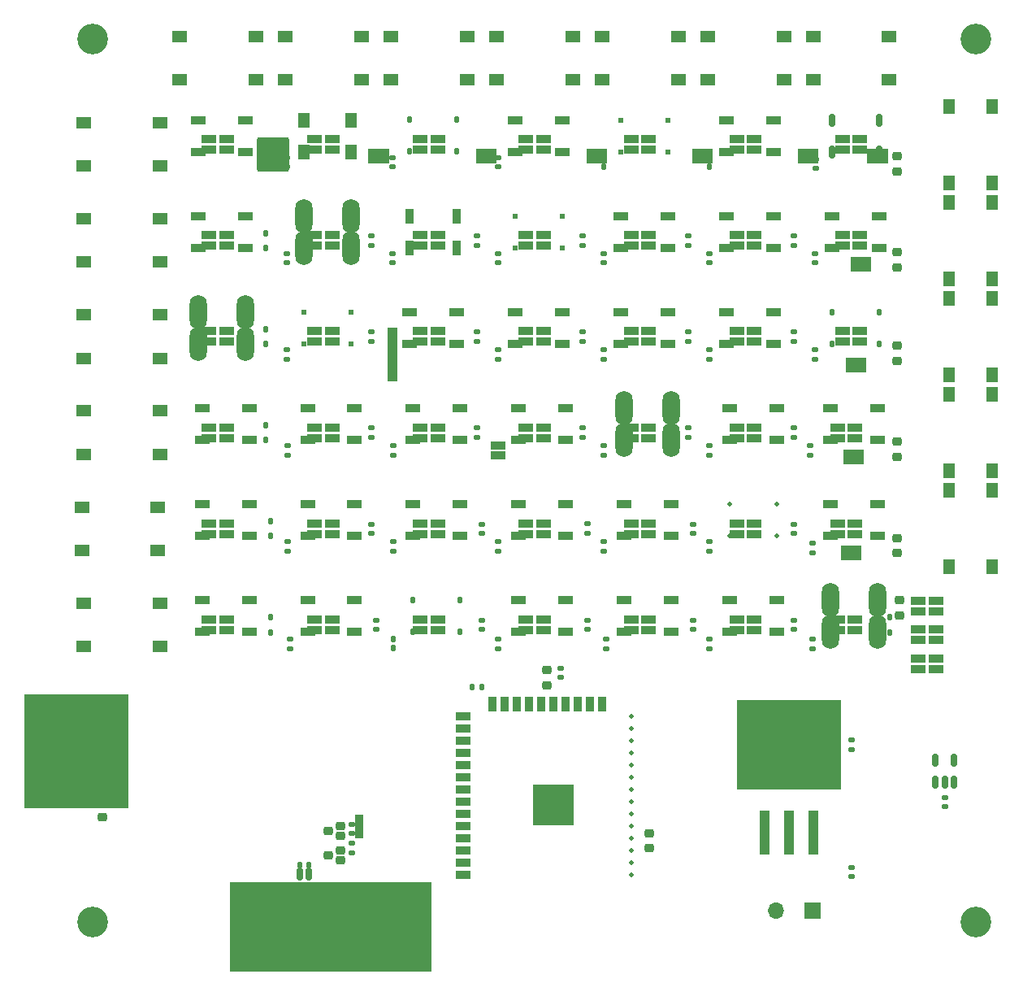
<source format=gts>
G04 #@! TF.GenerationSoftware,KiCad,Pcbnew,(6.0.8)*
<<<<<<< Updated upstream
G04 #@! TF.CreationDate,2022-12-06T21:36:09-08:00*
=======
G04 #@! TF.CreationDate,2022-12-10T17:32:00-08:00*
>>>>>>> Stashed changes
G04 #@! TF.ProjectId,EveryDayCalendarSingleMonth,45766572-7944-4617-9943-616c656e6461,rev?*
G04 #@! TF.SameCoordinates,Original*
G04 #@! TF.FileFunction,Soldermask,Top*
G04 #@! TF.FilePolarity,Negative*
%FSLAX46Y46*%
G04 Gerber Fmt 4.6, Leading zero omitted, Abs format (unit mm)*
<<<<<<< Updated upstream
G04 Created by KiCad (PCBNEW (6.0.8)) date 2022-12-06 21:36:09*
=======
G04 Created by KiCad (PCBNEW (6.0.8)) date 2022-12-10 17:32:00*
>>>>>>> Stashed changes
%MOMM*%
%LPD*%
G01*
G04 APERTURE LIST*
G04 Aperture macros list*
%AMRoundRect*
0 Rectangle with rounded corners*
0 $1 Rounding radius*
0 $2 $3 $4 $5 $6 $7 $8 $9 X,Y pos of 4 corners*
0 Add a 4 corners polygon primitive as box body*
4,1,4,$2,$3,$4,$5,$6,$7,$8,$9,$2,$3,0*
0 Add four circle primitives for the rounded corners*
1,1,$1+$1,$2,$3*
1,1,$1+$1,$4,$5*
1,1,$1+$1,$6,$7*
1,1,$1+$1,$8,$9*
0 Add four rect primitives between the rounded corners*
20,1,$1+$1,$2,$3,$4,$5,0*
20,1,$1+$1,$4,$5,$6,$7,0*
20,1,$1+$1,$6,$7,$8,$9,0*
20,1,$1+$1,$8,$9,$2,$3,0*%
G04 Aperture macros list end*
%ADD10RoundRect,0.147500X0.172500X-0.147500X0.172500X0.147500X-0.172500X0.147500X-0.172500X-0.147500X0*%
<<<<<<< Updated upstream
%ADD11R,0.700000X0.700000*%
%ADD12R,1.550000X1.300000*%
%ADD13RoundRect,0.147500X-0.147500X-0.172500X0.147500X-0.172500X0.147500X0.172500X-0.147500X0.172500X0*%
%ADD14R,1.300000X1.550000*%
%ADD15RoundRect,0.147500X-0.172500X0.147500X-0.172500X-0.147500X0.172500X-0.147500X0.172500X0.147500X0*%
%ADD16R,1.500000X0.900000*%
%ADD17R,0.900000X1.500000*%
%ADD18C,0.475000*%
%ADD19R,4.200000X4.200000*%
%ADD20C,3.200000*%
%ADD21RoundRect,0.218750X-0.256250X0.218750X-0.256250X-0.218750X0.256250X-0.218750X0.256250X0.218750X0*%
%ADD22RoundRect,0.150000X0.587500X0.150000X-0.587500X0.150000X-0.587500X-0.150000X0.587500X-0.150000X0*%
%ADD23RoundRect,0.218750X0.256250X-0.218750X0.256250X0.218750X-0.256250X0.218750X-0.256250X-0.218750X0*%
%ADD24RoundRect,0.147500X0.147500X0.172500X-0.147500X0.172500X-0.147500X-0.172500X0.147500X-0.172500X0*%
%ADD25RoundRect,0.218750X0.218750X0.256250X-0.218750X0.256250X-0.218750X-0.256250X0.218750X-0.256250X0*%
%ADD26RoundRect,0.150000X0.150000X-0.512500X0.150000X0.512500X-0.150000X0.512500X-0.150000X-0.512500X0*%
%ADD27RoundRect,0.250000X0.650000X1.550000X-0.650000X1.550000X-0.650000X-1.550000X0.650000X-1.550000X0*%
%ADD28O,1.800000X3.600000*%
%ADD29R,1.700000X1.700000*%
%ADD30O,1.700000X1.700000*%
%ADD31R,1.100000X4.600000*%
%ADD32R,10.800000X9.400000*%
G04 APERTURE END LIST*
D10*
G04 #@! TO.C,C8*
X83000000Y-95500000D03*
X83000000Y-94530000D03*
G04 #@! TD*
G04 #@! TO.C,C21*
X105000000Y-75485000D03*
X105000000Y-74515000D03*
G04 #@! TD*
D11*
G04 #@! TO.C,DAY13*
X122915000Y-65550000D03*
X122915000Y-64450000D03*
X121085000Y-64450000D03*
X121085000Y-65550000D03*
G04 #@! TD*
G04 #@! TO.C,DAY27*
X122915000Y-85550000D03*
X122915000Y-84450000D03*
X121085000Y-84450000D03*
X121085000Y-85550000D03*
G04 #@! TD*
G04 #@! TO.C,DAY40*
X111915000Y-105550000D03*
X111915000Y-104450000D03*
X110085000Y-104450000D03*
X110085000Y-105550000D03*
=======
%ADD11R,1.500000X0.900000*%
%ADD12R,1.550000X1.300000*%
%ADD13R,1.300000X1.550000*%
%ADD14RoundRect,0.147500X-0.172500X0.147500X-0.172500X-0.147500X0.172500X-0.147500X0.172500X0.147500X0*%
%ADD15R,0.900000X1.500000*%
%ADD16C,0.475000*%
%ADD17R,4.200000X4.200000*%
%ADD18C,3.200000*%
%ADD19RoundRect,0.218750X-0.256250X0.218750X-0.256250X-0.218750X0.256250X-0.218750X0.256250X0.218750X0*%
%ADD20R,0.600000X0.500000*%
%ADD21RoundRect,0.147500X-0.147500X-0.172500X0.147500X-0.172500X0.147500X0.172500X-0.147500X0.172500X0*%
%ADD22RoundRect,0.218750X0.256250X-0.218750X0.256250X0.218750X-0.256250X0.218750X-0.256250X-0.218750X0*%
%ADD23RoundRect,0.147500X0.147500X0.172500X-0.147500X0.172500X-0.147500X-0.172500X0.147500X-0.172500X0*%
%ADD24RoundRect,0.150000X0.150000X-0.512500X0.150000X0.512500X-0.150000X0.512500X-0.150000X-0.512500X0*%
%ADD25RoundRect,0.250000X0.650000X1.550000X-0.650000X1.550000X-0.650000X-1.550000X0.650000X-1.550000X0*%
%ADD26O,1.800000X3.600000*%
%ADD27R,1.700000X1.700000*%
%ADD28O,1.700000X1.700000*%
%ADD29R,1.100000X4.600000*%
%ADD30R,10.800000X9.400000*%
G04 APERTURE END LIST*
D10*
G04 #@! TO.C,C12*
X129000000Y-107485000D03*
X129000000Y-106515000D03*
G04 #@! TD*
G04 #@! TO.C,C3*
X129000000Y-97485000D03*
X129000000Y-96515000D03*
G04 #@! TD*
G04 #@! TO.C,C8*
X74250000Y-97335000D03*
X74250000Y-96365000D03*
G04 #@! TD*
G04 #@! TO.C,C21*
X96200000Y-77335000D03*
X96200000Y-76365000D03*
G04 #@! TD*
D11*
G04 #@! TO.C,DAY13*
X124900000Y-65750000D03*
X124900000Y-62450000D03*
X120000000Y-62450000D03*
X120000000Y-65750000D03*
G04 #@! TD*
G04 #@! TO.C,DAY27*
X125262500Y-85750000D03*
X125262500Y-82450000D03*
X120362500Y-82450000D03*
X120362500Y-85750000D03*
G04 #@! TD*
G04 #@! TO.C,DAY40*
X114262500Y-105750000D03*
X114262500Y-102450000D03*
X109362500Y-102450000D03*
X109362500Y-105750000D03*
>>>>>>> Stashed changes
G04 #@! TD*
D12*
G04 #@! TO.C,SW_DAY6*
X125975000Y-43750000D03*
X118025000Y-43750000D03*
X125975000Y-48250000D03*
X118025000Y-48250000D03*
G04 #@! TD*
G04 #@! TO.C,SW_DAY3*
X92975000Y-43750000D03*
X85025000Y-43750000D03*
X85025000Y-48250000D03*
X92975000Y-48250000D03*
G04 #@! TD*
<<<<<<< Updated upstream
D13*
G04 #@! TO.C,C41*
X132515000Y-97500000D03*
X133485000Y-97500000D03*
G04 #@! TD*
D10*
G04 #@! TO.C,C36*
X127000000Y-105485000D03*
X127000000Y-104515000D03*
G04 #@! TD*
D11*
G04 #@! TO.C,DAY1*
X67915000Y-55550000D03*
X67915000Y-54450000D03*
X66085000Y-54450000D03*
X66085000Y-55550000D03*
G04 #@! TD*
D14*
=======
D10*
G04 #@! TO.C,C41*
X128750000Y-87335000D03*
X128750000Y-86365000D03*
G04 #@! TD*
G04 #@! TO.C,C36*
X118250000Y-107500000D03*
X118250000Y-106530000D03*
G04 #@! TD*
D11*
G04 #@! TO.C,DAY1*
X69900000Y-55750000D03*
X69900000Y-52450000D03*
X65000000Y-52450000D03*
X65000000Y-55750000D03*
G04 #@! TD*
D13*
>>>>>>> Stashed changes
G04 #@! TO.C,NEXT1*
X143225000Y-91025000D03*
X143225000Y-98975000D03*
X147725000Y-98975000D03*
X147725000Y-91025000D03*
G04 #@! TD*
D11*
G04 #@! TO.C,DAY10*
<<<<<<< Updated upstream
X89915000Y-65550000D03*
X89915000Y-64450000D03*
X88085000Y-64450000D03*
X88085000Y-65550000D03*
G04 #@! TD*
D15*
=======
X91900000Y-65750000D03*
X91900000Y-62450000D03*
X87000000Y-62450000D03*
X87000000Y-65750000D03*
G04 #@! TD*
D14*
>>>>>>> Stashed changes
G04 #@! TO.C,C2*
X133000000Y-130272500D03*
X133000000Y-131242500D03*
G04 #@! TD*
D11*
G04 #@! TO.C,DAY2*
<<<<<<< Updated upstream
X78915000Y-55550000D03*
X78915000Y-54450000D03*
X77085000Y-54450000D03*
X77085000Y-55550000D03*
G04 #@! TD*
D13*
G04 #@! TO.C,C13*
X94515000Y-56250000D03*
X95485000Y-56250000D03*
=======
X80900000Y-55750000D03*
X80900000Y-52450000D03*
X76000000Y-52450000D03*
X76000000Y-55750000D03*
G04 #@! TD*
D10*
G04 #@! TO.C,C13*
X85200000Y-57335000D03*
X85200000Y-56365000D03*
>>>>>>> Stashed changes
G04 #@! TD*
D12*
G04 #@! TO.C,SW_WEEK3*
X60975000Y-72750000D03*
X53025000Y-72750000D03*
X60975000Y-77250000D03*
X53025000Y-77250000D03*
G04 #@! TD*
<<<<<<< Updated upstream
D13*
G04 #@! TO.C,C38*
X133530000Y-67500000D03*
X134500000Y-67500000D03*
G04 #@! TD*
D11*
G04 #@! TO.C,DAY22*
X67915000Y-85550000D03*
X67915000Y-84450000D03*
X66085000Y-84450000D03*
X66085000Y-85550000D03*
G04 #@! TD*
D10*
G04 #@! TO.C,C23*
X105500000Y-95485000D03*
X105500000Y-94515000D03*
G04 #@! TD*
D14*
=======
D10*
G04 #@! TO.C,C38*
X129312500Y-57485000D03*
X129312500Y-56515000D03*
G04 #@! TD*
D11*
G04 #@! TO.C,DAY22*
X70262500Y-85750000D03*
X70262500Y-82450000D03*
X65362500Y-82450000D03*
X65362500Y-85750000D03*
G04 #@! TD*
D10*
G04 #@! TO.C,C23*
X96250000Y-97320000D03*
X96250000Y-96350000D03*
G04 #@! TD*
D13*
>>>>>>> Stashed changes
G04 #@! TO.C,PREV1*
X143225000Y-81025000D03*
X143225000Y-88975000D03*
X147725000Y-81025000D03*
X147725000Y-88975000D03*
G04 #@! TD*
D11*
G04 #@! TO.C,DAY34*
<<<<<<< Updated upstream
X122915000Y-95550000D03*
X122915000Y-94450000D03*
X121085000Y-94450000D03*
X121085000Y-95550000D03*
G04 #@! TD*
D16*
=======
X125262500Y-95750000D03*
X125262500Y-92450000D03*
X120362500Y-92450000D03*
X120362500Y-95750000D03*
G04 #@! TD*
>>>>>>> Stashed changes
G04 #@! TO.C,U_CPU1*
X110070000Y-131077500D03*
X110070000Y-129807500D03*
X110070000Y-128537500D03*
X110070000Y-127267500D03*
X110070000Y-125997500D03*
X110070000Y-124727500D03*
X110070000Y-123457500D03*
X110070000Y-122187500D03*
X110070000Y-120917500D03*
X110070000Y-119647500D03*
X110070000Y-118377500D03*
X110070000Y-117107500D03*
X110070000Y-115837500D03*
X110070000Y-114567500D03*
<<<<<<< Updated upstream
D17*
=======
D15*
>>>>>>> Stashed changes
X107030000Y-113317500D03*
X105760000Y-113317500D03*
X104490000Y-113317500D03*
X103220000Y-113317500D03*
X101950000Y-113317500D03*
X100680000Y-113317500D03*
X99410000Y-113317500D03*
X98140000Y-113317500D03*
X96870000Y-113317500D03*
X95600000Y-113317500D03*
<<<<<<< Updated upstream
D16*
=======
D11*
>>>>>>> Stashed changes
X92570000Y-114567500D03*
X92570000Y-115837500D03*
X92570000Y-117107500D03*
X92570000Y-118377500D03*
X92570000Y-119647500D03*
X92570000Y-120917500D03*
X92570000Y-122187500D03*
X92570000Y-123457500D03*
X92570000Y-124727500D03*
X92570000Y-125997500D03*
X92570000Y-127267500D03*
X92570000Y-128537500D03*
X92570000Y-129807500D03*
X92570000Y-131077500D03*
<<<<<<< Updated upstream
D18*
=======
D16*
>>>>>>> Stashed changes
X102000000Y-124500000D03*
X101237500Y-123737500D03*
X101237500Y-125262500D03*
X102762500Y-125262500D03*
X103525000Y-122975000D03*
X102762500Y-122212500D03*
X102000000Y-122975000D03*
<<<<<<< Updated upstream
D19*
X102000000Y-123737500D03*
D18*
=======
D17*
X102000000Y-123737500D03*
D16*
>>>>>>> Stashed changes
X102762500Y-123737500D03*
X103525000Y-124500000D03*
X101237500Y-122212500D03*
X100475000Y-122975000D03*
X100475000Y-124500000D03*
G04 #@! TD*
<<<<<<< Updated upstream
D13*
G04 #@! TO.C,C39*
X133030000Y-78000000D03*
X134000000Y-78000000D03*
G04 #@! TD*
D10*
G04 #@! TO.C,C32*
X127000000Y-65485000D03*
X127000000Y-64515000D03*
G04 #@! TD*
D11*
G04 #@! TO.C,DAY8*
X67915000Y-65550000D03*
X67915000Y-64450000D03*
X66085000Y-64450000D03*
X66085000Y-65550000D03*
=======
D10*
G04 #@! TO.C,C39*
X129200000Y-67335000D03*
X129200000Y-66365000D03*
G04 #@! TD*
G04 #@! TO.C,C32*
X118200000Y-67335000D03*
X118200000Y-66365000D03*
G04 #@! TD*
D11*
G04 #@! TO.C,DAY8*
X69900000Y-65750000D03*
X69900000Y-62450000D03*
X65000000Y-62450000D03*
X65000000Y-65750000D03*
>>>>>>> Stashed changes
G04 #@! TD*
D12*
G04 #@! TO.C,SW_DAY7*
X129025000Y-43750000D03*
X136975000Y-43750000D03*
X136975000Y-48250000D03*
X129025000Y-48250000D03*
G04 #@! TD*
<<<<<<< Updated upstream
D20*
=======
D18*
>>>>>>> Stashed changes
G04 #@! TO.C,TP_CORNER_2*
X146000000Y-136000000D03*
G04 #@! TD*
D13*
G04 #@! TO.C,WIN1*
X143225000Y-51025000D03*
X143225000Y-58975000D03*
X147725000Y-51025000D03*
X147725000Y-58975000D03*
G04 #@! TD*
D11*
G04 #@! TO.C,DAY11*
<<<<<<< Updated upstream
X100915000Y-65550000D03*
X100915000Y-64450000D03*
X99085000Y-64450000D03*
X99085000Y-65550000D03*
G04 #@! TD*
D10*
G04 #@! TO.C,C28*
X116000000Y-85485000D03*
X116000000Y-84515000D03*
G04 #@! TD*
D21*
G04 #@! TO.C,ROW2*
X72000000Y-64212500D03*
X72000000Y-65787500D03*
G04 #@! TD*
D10*
G04 #@! TO.C,C24*
X105500000Y-105485000D03*
X105500000Y-104515000D03*
G04 #@! TD*
D11*
G04 #@! TO.C,DAY37*
X78915000Y-105550000D03*
X78915000Y-104450000D03*
X77085000Y-104450000D03*
X77085000Y-105550000D03*
G04 #@! TD*
G04 #@! TO.C,DAY4*
X100915000Y-55550000D03*
X100915000Y-54450000D03*
X99085000Y-54450000D03*
X99085000Y-55550000D03*
G04 #@! TD*
D10*
G04 #@! TO.C,C35*
X127000000Y-95500000D03*
X127000000Y-94530000D03*
G04 #@! TD*
G04 #@! TO.C,C42*
X135500000Y-105485000D03*
X135500000Y-104515000D03*
G04 #@! TD*
D20*
=======
X102900000Y-65750000D03*
X102900000Y-62450000D03*
X98000000Y-62450000D03*
X98000000Y-65750000D03*
G04 #@! TD*
D10*
G04 #@! TO.C,C28*
X107250000Y-87335000D03*
X107250000Y-86365000D03*
G04 #@! TD*
D19*
G04 #@! TO.C,ROW2*
X137750000Y-66212500D03*
X137750000Y-67787500D03*
G04 #@! TD*
D10*
G04 #@! TO.C,C24*
X96250000Y-107485000D03*
X96250000Y-106515000D03*
G04 #@! TD*
D11*
G04 #@! TO.C,DAY37*
X81262500Y-105750000D03*
X81262500Y-102450000D03*
X76362500Y-102450000D03*
X76362500Y-105750000D03*
G04 #@! TD*
G04 #@! TO.C,DAY4*
X102900000Y-55750000D03*
X102900000Y-52450000D03*
X98000000Y-52450000D03*
X98000000Y-55750000D03*
G04 #@! TD*
D10*
G04 #@! TO.C,C35*
X118250000Y-97335000D03*
X118250000Y-96365000D03*
G04 #@! TD*
D18*
>>>>>>> Stashed changes
G04 #@! TO.C,TP_CORNER_1*
X146000000Y-44000000D03*
G04 #@! TD*
D11*
G04 #@! TO.C,D_S3*
X141830000Y-109600000D03*
X141830000Y-108500000D03*
X140000000Y-108500000D03*
X140000000Y-109600000D03*
G04 #@! TD*
D22*
G04 #@! TO.C,Q2*
X79800000Y-129500000D03*
X79800000Y-128500000D03*
X78500000Y-129000000D03*
G04 #@! TD*
D21*
G04 #@! TO.C,R3*
X93515000Y-111500000D03*
X94485000Y-111500000D03*
G04 #@! TD*
D11*
G04 #@! TO.C,DAY21*
<<<<<<< Updated upstream
X133915000Y-75550000D03*
X133915000Y-74450000D03*
X132085000Y-74450000D03*
X132085000Y-75550000D03*
G04 #@! TD*
G04 #@! TO.C,DAY3*
X89915000Y-55500000D03*
X89915000Y-54400000D03*
X88085000Y-54400000D03*
X88085000Y-55500000D03*
G04 #@! TD*
G04 #@! TO.C,DAY38*
X89915000Y-105550000D03*
X89915000Y-104450000D03*
X88085000Y-104450000D03*
X88085000Y-105550000D03*
G04 #@! TD*
D10*
G04 #@! TO.C,C7*
X83000000Y-85485000D03*
X83000000Y-84515000D03*
G04 #@! TD*
G04 #@! TO.C,C27*
X116000000Y-75485000D03*
X116000000Y-74515000D03*
G04 #@! TD*
G04 #@! TO.C,C29*
X116500000Y-95500000D03*
X116500000Y-94530000D03*
G04 #@! TD*
D13*
G04 #@! TO.C,C4*
X83265000Y-56250000D03*
X84235000Y-56250000D03*
G04 #@! TD*
D23*
=======
X135900000Y-75750000D03*
X135900000Y-72450000D03*
X131000000Y-72450000D03*
X131000000Y-75750000D03*
G04 #@! TD*
G04 #@! TO.C,DAY3*
X91900000Y-55700000D03*
X91900000Y-52400000D03*
X87000000Y-52400000D03*
X87000000Y-55700000D03*
G04 #@! TD*
G04 #@! TO.C,DAY38*
X92262500Y-105750000D03*
X92262500Y-102450000D03*
X87362500Y-102450000D03*
X87362500Y-105750000D03*
G04 #@! TD*
D10*
G04 #@! TO.C,C7*
X74250000Y-87335000D03*
X74250000Y-86365000D03*
G04 #@! TD*
G04 #@! TO.C,C27*
X107200000Y-77335000D03*
X107200000Y-76365000D03*
G04 #@! TD*
G04 #@! TO.C,C29*
X107250000Y-97335000D03*
X107250000Y-96365000D03*
G04 #@! TD*
G04 #@! TO.C,C4*
X74200000Y-57335000D03*
X74200000Y-56365000D03*
G04 #@! TD*
D22*
>>>>>>> Stashed changes
G04 #@! TO.C,C10*
X112000000Y-128287500D03*
X112000000Y-126712500D03*
G04 #@! TD*
D10*
G04 #@! TO.C,C18*
<<<<<<< Updated upstream
X94500000Y-105485000D03*
X94500000Y-104515000D03*
G04 #@! TD*
D13*
G04 #@! TO.C,C25*
X117015000Y-56250000D03*
X117985000Y-56250000D03*
G04 #@! TD*
G04 #@! TO.C,C31*
X128030000Y-56250000D03*
X129000000Y-56250000D03*
G04 #@! TD*
D21*
=======
X85250000Y-107470000D03*
X85250000Y-106500000D03*
G04 #@! TD*
G04 #@! TO.C,C25*
X107200000Y-57335000D03*
X107200000Y-56365000D03*
G04 #@! TD*
G04 #@! TO.C,C31*
X118200000Y-57335000D03*
X118200000Y-56365000D03*
G04 #@! TD*
D19*
>>>>>>> Stashed changes
G04 #@! TO.C,C1*
X55000000Y-123462500D03*
X55000000Y-125037500D03*
G04 #@! TD*
D24*
G04 #@! TO.C,C43*
X76485000Y-131000000D03*
X75515000Y-131000000D03*
G04 #@! TD*
D10*
G04 #@! TO.C,R4*
X81000000Y-128735000D03*
X81000000Y-127765000D03*
G04 #@! TD*
<<<<<<< Updated upstream
D23*
=======
D22*
>>>>>>> Stashed changes
G04 #@! TO.C,D1*
X101250000Y-111287500D03*
X101250000Y-109712500D03*
G04 #@! TD*
D19*
G04 #@! TO.C,ROW6*
X138000000Y-102462500D03*
X138000000Y-104037500D03*
G04 #@! TD*
D10*
G04 #@! TO.C,C34*
X118250000Y-87335000D03*
X118250000Y-86365000D03*
G04 #@! TD*
D11*
G04 #@! TO.C,DAY24*
X92262500Y-85750000D03*
X92262500Y-82450000D03*
X87362500Y-82450000D03*
X87362500Y-85750000D03*
G04 #@! TD*
D21*
G04 #@! TO.C,ROW6*
X72500000Y-104212500D03*
X72500000Y-105787500D03*
G04 #@! TD*
D10*
G04 #@! TO.C,C34*
X127000000Y-85485000D03*
X127000000Y-84515000D03*
G04 #@! TD*
D11*
G04 #@! TO.C,DAY24*
X89915000Y-85550000D03*
X89915000Y-84450000D03*
X88085000Y-84450000D03*
X88085000Y-85550000D03*
G04 #@! TD*
D22*
G04 #@! TO.C,Q1*
X79800000Y-127000000D03*
X79800000Y-126000000D03*
X78500000Y-126500000D03*
G04 #@! TD*
<<<<<<< Updated upstream
D11*
G04 #@! TO.C,D_S2*
X141830000Y-106600000D03*
X141830000Y-105500000D03*
X140000000Y-105500000D03*
X140000000Y-106600000D03*
G04 #@! TD*
D15*
=======
D14*
>>>>>>> Stashed changes
G04 #@! TO.C,C11*
X133000000Y-117015000D03*
X133000000Y-117985000D03*
G04 #@! TD*
<<<<<<< Updated upstream
D13*
G04 #@! TO.C,C37*
X135265000Y-56250000D03*
X136235000Y-56250000D03*
G04 #@! TD*
D11*
G04 #@! TO.C,DAY20*
X122915000Y-75550000D03*
X122915000Y-74450000D03*
X121085000Y-74450000D03*
X121085000Y-75550000D03*
G04 #@! TD*
G04 #@! TO.C,DAY41*
X122915000Y-105550000D03*
X122915000Y-104450000D03*
X121085000Y-104450000D03*
X121085000Y-105550000D03*
G04 #@! TD*
G04 #@! TO.C,DAY33*
X111915000Y-95550000D03*
X111915000Y-94450000D03*
X110085000Y-94450000D03*
X110085000Y-95550000D03*
G04 #@! TD*
D13*
G04 #@! TO.C,C19*
X106030000Y-56250000D03*
X107000000Y-56250000D03*
G04 #@! TD*
D15*
G04 #@! TO.C,R5*
X81750000Y-125515000D03*
X81750000Y-126485000D03*
=======
D11*
G04 #@! TO.C,DAY20*
X124900000Y-75750000D03*
X124900000Y-72450000D03*
X120000000Y-72450000D03*
X120000000Y-75750000D03*
G04 #@! TD*
G04 #@! TO.C,DAY41*
X125262500Y-105750000D03*
X125262500Y-102450000D03*
X120362500Y-102450000D03*
X120362500Y-105750000D03*
G04 #@! TD*
G04 #@! TO.C,DAY33*
X114262500Y-95750000D03*
X114262500Y-92450000D03*
X109362500Y-92450000D03*
X109362500Y-95750000D03*
G04 #@! TD*
D10*
G04 #@! TO.C,C19*
X96200000Y-57335000D03*
X96200000Y-56365000D03*
>>>>>>> Stashed changes
G04 #@! TD*
D25*
G04 #@! TO.C,ROW1*
X73537500Y-56000000D03*
X71962500Y-56000000D03*
G04 #@! TD*
D10*
G04 #@! TO.C,C5*
X83000000Y-65485000D03*
X83000000Y-64515000D03*
G04 #@! TD*
D21*
G04 #@! TO.C,C_ROW_STATUS1*
X137000000Y-104212500D03*
X137000000Y-105787500D03*
G04 #@! TD*
D14*
G04 #@! TO.C,R5*
X81000000Y-125765000D03*
X81000000Y-126735000D03*
G04 #@! TD*
D19*
G04 #@! TO.C,ROW1*
X137750000Y-56212500D03*
X137750000Y-57787500D03*
G04 #@! TD*
D10*
G04 #@! TO.C,C5*
X74200000Y-67335000D03*
X74200000Y-66365000D03*
G04 #@! TD*
D13*
G04 #@! TO.C,WIN2*
X143225000Y-68975000D03*
X143225000Y-61025000D03*
X147725000Y-68975000D03*
X147725000Y-61025000D03*
G04 #@! TD*
D11*
G04 #@! TO.C,DAY31*
<<<<<<< Updated upstream
X89915000Y-95550000D03*
X89915000Y-94450000D03*
X88085000Y-94450000D03*
X88085000Y-95550000D03*
G04 #@! TD*
D10*
G04 #@! TO.C,C30*
X116500000Y-105485000D03*
X116500000Y-104515000D03*
G04 #@! TD*
D11*
G04 #@! TO.C,DAY32*
X100915000Y-95550000D03*
X100915000Y-94450000D03*
X99085000Y-94450000D03*
X99085000Y-95550000D03*
G04 #@! TD*
D21*
G04 #@! TO.C,ROW3*
X72000000Y-74212500D03*
X72000000Y-75787500D03*
G04 #@! TD*
D11*
G04 #@! TO.C,DAY17*
X89915000Y-75550000D03*
X89915000Y-74450000D03*
X88085000Y-74450000D03*
X88085000Y-75550000D03*
G04 #@! TD*
G04 #@! TO.C,DAY30*
X78915000Y-95550000D03*
X78915000Y-94450000D03*
X77085000Y-94450000D03*
X77085000Y-95550000D03*
G04 #@! TD*
G04 #@! TO.C,DAY25*
X100915000Y-85550000D03*
X100915000Y-84450000D03*
X99085000Y-84450000D03*
X99085000Y-85550000D03*
G04 #@! TD*
G04 #@! TO.C,DAY14*
X133915000Y-65550000D03*
X133915000Y-64450000D03*
X132085000Y-64450000D03*
X132085000Y-65550000D03*
=======
X92262500Y-95750000D03*
X92262500Y-92450000D03*
X87362500Y-92450000D03*
X87362500Y-95750000D03*
G04 #@! TD*
D10*
G04 #@! TO.C,C30*
X107500000Y-107485000D03*
X107500000Y-106515000D03*
G04 #@! TD*
D11*
G04 #@! TO.C,DAY32*
X103262500Y-95750000D03*
X103262500Y-92450000D03*
X98362500Y-92450000D03*
X98362500Y-95750000D03*
G04 #@! TD*
D19*
G04 #@! TO.C,ROW3*
X137750000Y-75962500D03*
X137750000Y-77537500D03*
G04 #@! TD*
D11*
G04 #@! TO.C,DAY17*
X91900000Y-75750000D03*
X91900000Y-72450000D03*
X87000000Y-72450000D03*
X87000000Y-75750000D03*
G04 #@! TD*
G04 #@! TO.C,DAY30*
X81262500Y-95750000D03*
X81262500Y-92450000D03*
X76362500Y-92450000D03*
X76362500Y-95750000D03*
G04 #@! TD*
G04 #@! TO.C,DAY25*
X103262500Y-85750000D03*
X103262500Y-82450000D03*
X98362500Y-82450000D03*
X98362500Y-85750000D03*
G04 #@! TD*
G04 #@! TO.C,DAY14*
X135900000Y-65750000D03*
X135900000Y-62450000D03*
X131000000Y-62450000D03*
X131000000Y-65750000D03*
>>>>>>> Stashed changes
G04 #@! TD*
D12*
G04 #@! TO.C,SW_DAY2*
X81975000Y-43750000D03*
X74025000Y-43750000D03*
X74025000Y-48250000D03*
X81975000Y-48250000D03*
G04 #@! TD*
D11*
G04 #@! TO.C,DAY7*
<<<<<<< Updated upstream
X133915000Y-55550000D03*
X133915000Y-54450000D03*
X132085000Y-54450000D03*
X132085000Y-55550000D03*
G04 #@! TD*
D10*
G04 #@! TO.C,C9*
X83500000Y-105485000D03*
X83500000Y-104515000D03*
G04 #@! TD*
D24*
=======
X135900000Y-55750000D03*
X135900000Y-52450000D03*
X131000000Y-52450000D03*
X131000000Y-55750000D03*
G04 #@! TD*
D10*
G04 #@! TO.C,C9*
X74500000Y-107485000D03*
X74500000Y-106515000D03*
G04 #@! TD*
D23*
>>>>>>> Stashed changes
G04 #@! TO.C,R6*
X76485000Y-130000000D03*
X75515000Y-130000000D03*
G04 #@! TD*
D11*
G04 #@! TO.C,DAY36*
<<<<<<< Updated upstream
X67915000Y-105550000D03*
X67915000Y-104450000D03*
X66085000Y-104450000D03*
X66085000Y-105550000D03*
=======
X70262500Y-105750000D03*
X70262500Y-102450000D03*
X65362500Y-102450000D03*
X65362500Y-105750000D03*
>>>>>>> Stashed changes
G04 #@! TD*
D12*
G04 #@! TO.C,SW_DAY1*
X70975000Y-43750000D03*
X63025000Y-43750000D03*
X70975000Y-48250000D03*
X63025000Y-48250000D03*
G04 #@! TD*
D11*
G04 #@! TO.C,DAY23*
<<<<<<< Updated upstream
X78915000Y-85550000D03*
X78915000Y-84450000D03*
X77085000Y-84450000D03*
X77085000Y-85550000D03*
=======
X81262500Y-85750000D03*
X81262500Y-82450000D03*
X76362500Y-82450000D03*
X76362500Y-85750000D03*
>>>>>>> Stashed changes
G04 #@! TD*
D12*
G04 #@! TO.C,SW_WEEK6*
X53025000Y-102750000D03*
X60975000Y-102750000D03*
X53025000Y-107250000D03*
X60975000Y-107250000D03*
G04 #@! TD*
D11*
G04 #@! TO.C,DAY9*
<<<<<<< Updated upstream
X78915000Y-65550000D03*
X78915000Y-64450000D03*
X77085000Y-64450000D03*
X77085000Y-65550000D03*
G04 #@! TD*
G04 #@! TO.C,DAY26*
X111915000Y-85550000D03*
X111915000Y-84450000D03*
X110085000Y-84450000D03*
X110085000Y-85550000D03*
G04 #@! TD*
G04 #@! TO.C,DAY42*
X133415000Y-105550000D03*
X133415000Y-104450000D03*
X131585000Y-104450000D03*
X131585000Y-105550000D03*
G04 #@! TD*
G04 #@! TO.C,DAY15*
X67915000Y-75550000D03*
X67915000Y-74450000D03*
X66085000Y-74450000D03*
X66085000Y-75550000D03*
G04 #@! TD*
D26*
=======
X80900000Y-65750000D03*
X80900000Y-62450000D03*
X76000000Y-62450000D03*
X76000000Y-65750000D03*
G04 #@! TD*
G04 #@! TO.C,DAY26*
X114262500Y-85750000D03*
X114262500Y-82450000D03*
X109362500Y-82450000D03*
X109362500Y-85750000D03*
G04 #@! TD*
G04 #@! TO.C,DAY42*
X135762500Y-105750000D03*
X135762500Y-102450000D03*
X130862500Y-102450000D03*
X130862500Y-105750000D03*
G04 #@! TD*
G04 #@! TO.C,DAY15*
X69900000Y-75750000D03*
X69900000Y-72450000D03*
X65000000Y-72450000D03*
X65000000Y-75750000D03*
G04 #@! TD*
D24*
>>>>>>> Stashed changes
G04 #@! TO.C,U1*
X141800000Y-121387500D03*
X142750000Y-121387500D03*
X143700000Y-121387500D03*
X143700000Y-119112500D03*
X141800000Y-119112500D03*
G04 #@! TD*
D11*
G04 #@! TO.C,DAY16*
<<<<<<< Updated upstream
X78915000Y-75550000D03*
X78915000Y-74450000D03*
X77085000Y-74450000D03*
X77085000Y-75550000D03*
G04 #@! TD*
D10*
G04 #@! TO.C,C33*
X127000000Y-75485000D03*
X127000000Y-74515000D03*
G04 #@! TD*
D20*
=======
X80900000Y-75750000D03*
X80900000Y-72450000D03*
X76000000Y-72450000D03*
X76000000Y-75750000D03*
G04 #@! TD*
D10*
G04 #@! TO.C,C33*
X118200000Y-77335000D03*
X118200000Y-76365000D03*
G04 #@! TD*
D18*
>>>>>>> Stashed changes
G04 #@! TO.C,TP_CORNER_4*
X54000000Y-44000000D03*
G04 #@! TD*
D10*
G04 #@! TO.C,C22*
<<<<<<< Updated upstream
X105000000Y-85485000D03*
X105000000Y-84515000D03*
G04 #@! TD*
D11*
G04 #@! TO.C,DAY35*
X133415000Y-95550000D03*
X133415000Y-94450000D03*
X131585000Y-94450000D03*
X131585000Y-95550000D03*
G04 #@! TD*
G04 #@! TO.C,DAY6*
X122915000Y-55550000D03*
X122915000Y-54450000D03*
X121085000Y-54450000D03*
X121085000Y-55550000D03*
=======
X96250000Y-87335000D03*
X96250000Y-86365000D03*
G04 #@! TD*
D11*
G04 #@! TO.C,DAY35*
X135762500Y-95750000D03*
X135762500Y-92450000D03*
X130862500Y-92450000D03*
X130862500Y-95750000D03*
G04 #@! TD*
G04 #@! TO.C,DAY6*
X124900000Y-55750000D03*
X124900000Y-52450000D03*
X120000000Y-52450000D03*
X120000000Y-55750000D03*
>>>>>>> Stashed changes
G04 #@! TD*
D12*
G04 #@! TO.C,SW_WEEK5*
X60775000Y-92750000D03*
X52825000Y-92750000D03*
X52825000Y-97250000D03*
X60775000Y-97250000D03*
G04 #@! TD*
G04 #@! TO.C,SW_WEEK4*
X53025000Y-82750000D03*
X60975000Y-82750000D03*
X60975000Y-87250000D03*
X53025000Y-87250000D03*
G04 #@! TD*
D27*
G04 #@! TO.C,J2_POWER_IN1*
X129000000Y-134750000D03*
D28*
X125190000Y-134750000D03*
G04 #@! TD*
D11*
G04 #@! TO.C,DAY39*
<<<<<<< Updated upstream
X100915000Y-105550000D03*
X100915000Y-104450000D03*
X99085000Y-104450000D03*
X99085000Y-105550000D03*
=======
X103262500Y-105750000D03*
X103262500Y-102450000D03*
X98362500Y-102450000D03*
X98362500Y-105750000D03*
>>>>>>> Stashed changes
G04 #@! TD*
D12*
G04 #@! TO.C,SW_DAY5*
X114975000Y-43750000D03*
X107025000Y-43750000D03*
X114975000Y-48250000D03*
X107025000Y-48250000D03*
G04 #@! TD*
D11*
G04 #@! TO.C,DAY5*
<<<<<<< Updated upstream
X111915000Y-55550000D03*
X111915000Y-54450000D03*
X110085000Y-54450000D03*
X110085000Y-55550000D03*
G04 #@! TD*
D13*
G04 #@! TO.C,C40*
X132765000Y-87500000D03*
X133735000Y-87500000D03*
G04 #@! TD*
D21*
G04 #@! TO.C,ROW5*
X72500000Y-94212500D03*
X72500000Y-95787500D03*
G04 #@! TD*
D10*
G04 #@! TO.C,C14*
X94000000Y-65485000D03*
X94000000Y-64515000D03*
G04 #@! TD*
G04 #@! TO.C,C6*
X83000000Y-75485000D03*
X83000000Y-74515000D03*
G04 #@! TD*
D11*
G04 #@! TO.C,DAY19*
X111915000Y-75550000D03*
X111915000Y-74450000D03*
X110085000Y-74450000D03*
X110085000Y-75550000D03*
G04 #@! TD*
D10*
G04 #@! TO.C,C17*
X94500000Y-95500000D03*
X94500000Y-94530000D03*
G04 #@! TD*
D20*
=======
X113900000Y-55750000D03*
X113900000Y-52450000D03*
X109000000Y-52450000D03*
X109000000Y-55750000D03*
G04 #@! TD*
D10*
G04 #@! TO.C,C40*
X129200000Y-77335000D03*
X129200000Y-76365000D03*
G04 #@! TD*
D19*
G04 #@! TO.C,ROW5*
X137750000Y-95962500D03*
X137750000Y-97537500D03*
G04 #@! TD*
D10*
G04 #@! TO.C,C14*
X85200000Y-67335000D03*
X85200000Y-66365000D03*
G04 #@! TD*
G04 #@! TO.C,C6*
X74200000Y-77335000D03*
X74200000Y-76365000D03*
G04 #@! TD*
D11*
G04 #@! TO.C,DAY19*
X113900000Y-75750000D03*
X113900000Y-72450000D03*
X109000000Y-72450000D03*
X109000000Y-75750000D03*
G04 #@! TD*
D10*
G04 #@! TO.C,C17*
X85250000Y-97335000D03*
X85250000Y-96365000D03*
G04 #@! TD*
D18*
>>>>>>> Stashed changes
G04 #@! TO.C,TP_CORNER_3*
X54000000Y-136000000D03*
G04 #@! TD*
D11*
G04 #@! TO.C,DAY28*
X135762500Y-85750000D03*
X135762500Y-82450000D03*
X130862500Y-82450000D03*
X130862500Y-85750000D03*
G04 #@! TD*
D10*
G04 #@! TO.C,C26*
X107200000Y-67335000D03*
X107200000Y-66365000D03*
G04 #@! TD*
D11*
G04 #@! TO.C,DAY12*
X113900000Y-65750000D03*
X113900000Y-62450000D03*
X109000000Y-62450000D03*
X109000000Y-65750000D03*
G04 #@! TD*
D11*
G04 #@! TO.C,DAY28*
X133415000Y-85550000D03*
X133415000Y-84450000D03*
X131585000Y-84450000D03*
X131585000Y-85550000D03*
G04 #@! TD*
D10*
G04 #@! TO.C,C26*
X116000000Y-65485000D03*
X116000000Y-64515000D03*
G04 #@! TD*
D11*
G04 #@! TO.C,DAY12*
X111915000Y-65550000D03*
X111915000Y-64450000D03*
X110085000Y-64450000D03*
X110085000Y-65550000D03*
G04 #@! TD*
D10*
G04 #@! TO.C,R1*
X142750000Y-123985000D03*
X142750000Y-123015000D03*
G04 #@! TD*
D12*
G04 #@! TO.C,SW_WEEK2*
X53025000Y-62750000D03*
X60975000Y-62750000D03*
X53025000Y-67250000D03*
X60975000Y-67250000D03*
G04 #@! TD*
D29*
G04 #@! TO.C,J3_PROGRAMING_PIN1*
X71150000Y-136500000D03*
D30*
X73690000Y-136500000D03*
X76230000Y-136500000D03*
X78770000Y-136500000D03*
X81310000Y-136500000D03*
X83850000Y-136500000D03*
G04 #@! TD*
D14*
G04 #@! TO.C,R2*
X102750000Y-109515000D03*
X102750000Y-110485000D03*
G04 #@! TD*
D12*
G04 #@! TO.C,SW_DAY4*
X103975000Y-43750000D03*
X96025000Y-43750000D03*
X103975000Y-48250000D03*
X96025000Y-48250000D03*
G04 #@! TD*
D10*
G04 #@! TO.C,C16*
<<<<<<< Updated upstream
X94000000Y-85485000D03*
X94000000Y-84515000D03*
G04 #@! TD*
D14*
=======
X85250000Y-87335000D03*
X85250000Y-86365000D03*
G04 #@! TD*
D13*
>>>>>>> Stashed changes
G04 #@! TO.C,MODE1*
X143225000Y-71025000D03*
X143225000Y-78975000D03*
X147725000Y-78975000D03*
X147725000Y-71025000D03*
G04 #@! TD*
D10*
G04 #@! TO.C,C15*
<<<<<<< Updated upstream
X94000000Y-75485000D03*
X94000000Y-74515000D03*
G04 #@! TD*
D31*
G04 #@! TO.C,U_POWER1*
X123960000Y-126650000D03*
D32*
X126500000Y-117500000D03*
D31*
=======
X85200000Y-77335000D03*
X85200000Y-76365000D03*
G04 #@! TD*
D29*
G04 #@! TO.C,U_POWER1*
X123960000Y-126650000D03*
D30*
X126500000Y-117500000D03*
D29*
>>>>>>> Stashed changes
X126500000Y-126650000D03*
X129040000Y-126650000D03*
G04 #@! TD*
D10*
G04 #@! TO.C,C20*
<<<<<<< Updated upstream
X105000000Y-65485000D03*
X105000000Y-64515000D03*
=======
X96200000Y-67335000D03*
X96200000Y-66365000D03*
>>>>>>> Stashed changes
G04 #@! TD*
D12*
G04 #@! TO.C,SW_WEEK1*
X53025000Y-52750000D03*
X60975000Y-52750000D03*
X60975000Y-57250000D03*
X53025000Y-57250000D03*
G04 #@! TD*
<<<<<<< Updated upstream
D11*
G04 #@! TO.C,D_S1*
X141830000Y-103600000D03*
X141830000Y-102500000D03*
X140000000Y-102500000D03*
X140000000Y-103600000D03*
G04 #@! TD*
D21*
G04 #@! TO.C,ROW4*
X72000000Y-84212500D03*
X72000000Y-85787500D03*
G04 #@! TD*
D29*
=======
D19*
G04 #@! TO.C,ROW4*
X137750000Y-85962500D03*
X137750000Y-87537500D03*
G04 #@! TD*
D27*
>>>>>>> Stashed changes
G04 #@! TO.C,ONE_WIRE1*
X52250000Y-122025000D03*
D30*
X52250000Y-119485000D03*
X52250000Y-116945000D03*
G04 #@! TD*
D11*
G04 #@! TO.C,DAY18*
<<<<<<< Updated upstream
X100915000Y-75550000D03*
X100915000Y-74450000D03*
X99085000Y-74450000D03*
X99085000Y-75550000D03*
G04 #@! TD*
G04 #@! TO.C,DAY29*
X67915000Y-95550000D03*
X67915000Y-94450000D03*
X66085000Y-94450000D03*
X66085000Y-95550000D03*
=======
X102900000Y-75750000D03*
X102900000Y-72450000D03*
X98000000Y-72450000D03*
X98000000Y-75750000D03*
G04 #@! TD*
G04 #@! TO.C,DAY29*
X70262500Y-95750000D03*
X70262500Y-92450000D03*
X65362500Y-92450000D03*
X65362500Y-95750000D03*
>>>>>>> Stashed changes
G04 #@! TD*
M02*

</source>
